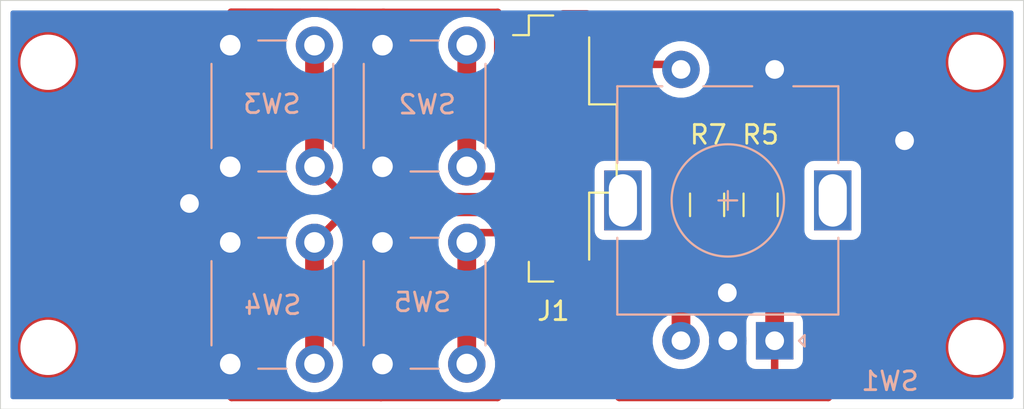
<source format=kicad_pcb>
(kicad_pcb (version 20171130) (host pcbnew 5.1.5-52549c5~86~ubuntu18.04.1)

  (general
    (thickness 1.6)
    (drawings 8)
    (tracks 113)
    (zones 0)
    (modules 12)
    (nets 10)
  )

  (page A4)
  (title_block
    (date 2020-05-29)
    (rev D)
  )

  (layers
    (0 F.Cu signal)
    (31 B.Cu signal)
    (32 B.Adhes user)
    (33 F.Adhes user)
    (34 B.Paste user)
    (35 F.Paste user)
    (36 B.SilkS user)
    (37 F.SilkS user)
    (38 B.Mask user)
    (39 F.Mask user)
    (40 Dwgs.User user)
    (41 Cmts.User user)
    (42 Eco1.User user)
    (43 Eco2.User user)
    (44 Edge.Cuts user)
    (45 Margin user)
    (46 B.CrtYd user)
    (47 F.CrtYd user)
    (48 B.Fab user hide)
    (49 F.Fab user hide)
  )

  (setup
    (last_trace_width 0.25)
    (user_trace_width 0.2)
    (user_trace_width 0.3)
    (user_trace_width 0.4)
    (user_trace_width 0.5)
    (user_trace_width 0.7)
    (user_trace_width 1)
    (user_trace_width 2)
    (trace_clearance 0.4)
    (zone_clearance 0.508)
    (zone_45_only no)
    (trace_min 0.2)
    (via_size 0.8)
    (via_drill 0.4)
    (via_min_size 0.4)
    (via_min_drill 0.3)
    (user_via 2 1)
    (uvia_size 0.3)
    (uvia_drill 0.1)
    (uvias_allowed no)
    (uvia_min_size 0.2)
    (uvia_min_drill 0.1)
    (edge_width 0.05)
    (segment_width 0.2)
    (pcb_text_width 0.3)
    (pcb_text_size 1.5 1.5)
    (mod_edge_width 0.12)
    (mod_text_size 1 1)
    (mod_text_width 0.15)
    (pad_size 1.524 1.524)
    (pad_drill 0.762)
    (pad_to_mask_clearance 0.051)
    (solder_mask_min_width 0.25)
    (aux_axis_origin 0 0)
    (visible_elements FFFFFF7F)
    (pcbplotparams
      (layerselection 0x01000_7fffffff)
      (usegerberextensions false)
      (usegerberattributes false)
      (usegerberadvancedattributes false)
      (creategerberjobfile false)
      (excludeedgelayer true)
      (linewidth 0.100000)
      (plotframeref false)
      (viasonmask false)
      (mode 1)
      (useauxorigin false)
      (hpglpennumber 1)
      (hpglpenspeed 20)
      (hpglpendiameter 15.000000)
      (psnegative true)
      (psa4output false)
      (plotreference true)
      (plotvalue true)
      (plotinvisibletext false)
      (padsonsilk false)
      (subtractmaskfromsilk false)
      (outputformat 5)
      (mirror true)
      (drillshape 2)
      (scaleselection 1)
      (outputdirectory ""))
  )

  (net 0 "")
  (net 1 GNDS)
  (net 2 /Controls/BTN4)
  (net 3 /Controls/ENC_A)
  (net 4 /Controls/BTN3)
  (net 5 /Controls/ENC_B)
  (net 6 /Controls/BTN2)
  (net 7 /Controls/BTN1)
  (net 8 /Controls/ENC_SW)
  (net 9 +3V3)

  (net_class Default "This is the default net class."
    (clearance 0.4)
    (trace_width 0.25)
    (via_dia 0.8)
    (via_drill 0.4)
    (uvia_dia 0.3)
    (uvia_drill 0.1)
    (add_net +3V3)
    (add_net /Controls/BTN1)
    (add_net /Controls/BTN2)
    (add_net /Controls/BTN3)
    (add_net /Controls/BTN4)
    (add_net /Controls/ENC_A)
    (add_net /Controls/ENC_B)
    (add_net /Controls/ENC_SW)
    (add_net GNDS)
  )

  (module Rotary_Encoder:RotaryEncoder_Alps_EC11E-Switch_Vertical_H20mm (layer B.Cu) (tedit 5A74C8CB) (tstamp 5E88F2BD)
    (at 155.6258 68.2244 90)
    (descr "Alps rotary encoder, EC12E... with switch, vertical shaft, http://www.alps.com/prod/info/E/HTML/Encoder/Incremental/EC11/EC11E15204A3.html")
    (tags "rotary encoder")
    (path /5E7E6C1D/5E7E53B0)
    (fp_text reference SW1 (at -2.159 6.1595 180) (layer B.SilkS)
      (effects (font (size 1 1) (thickness 0.15)) (justify mirror))
    )
    (fp_text value Rotary_Encoder_Switch (at 7.5 -10.4 270) (layer B.Fab)
      (effects (font (size 1 1) (thickness 0.15)) (justify mirror))
    )
    (fp_text user %R (at 11.1 -6.3 270) (layer B.Fab)
      (effects (font (size 1 1) (thickness 0.15)) (justify mirror))
    )
    (fp_line (start 7 -2.5) (end 8 -2.5) (layer B.SilkS) (width 0.12))
    (fp_line (start 7.5 -2) (end 7.5 -3) (layer B.SilkS) (width 0.12))
    (fp_line (start 13.6 -6) (end 13.6 -8.4) (layer B.SilkS) (width 0.12))
    (fp_line (start 13.6 -1.2) (end 13.6 -3.8) (layer B.SilkS) (width 0.12))
    (fp_line (start 13.6 3.4) (end 13.6 1) (layer B.SilkS) (width 0.12))
    (fp_line (start 4.5 -2.5) (end 10.5 -2.5) (layer B.Fab) (width 0.12))
    (fp_line (start 7.5 0.5) (end 7.5 -5.5) (layer B.Fab) (width 0.12))
    (fp_line (start 0.3 1.6) (end 0 1.3) (layer B.SilkS) (width 0.12))
    (fp_line (start -0.3 1.6) (end 0.3 1.6) (layer B.SilkS) (width 0.12))
    (fp_line (start 0 1.3) (end -0.3 1.6) (layer B.SilkS) (width 0.12))
    (fp_line (start 1.4 3.4) (end 1.4 -8.4) (layer B.SilkS) (width 0.12))
    (fp_line (start 5.5 3.4) (end 1.4 3.4) (layer B.SilkS) (width 0.12))
    (fp_line (start 5.5 -8.4) (end 1.4 -8.4) (layer B.SilkS) (width 0.12))
    (fp_line (start 13.6 -8.4) (end 9.5 -8.4) (layer B.SilkS) (width 0.12))
    (fp_line (start 9.5 3.4) (end 13.6 3.4) (layer B.SilkS) (width 0.12))
    (fp_line (start 1.5 2.2) (end 2.5 3.3) (layer B.Fab) (width 0.12))
    (fp_line (start 1.5 -8.3) (end 1.5 2.2) (layer B.Fab) (width 0.12))
    (fp_line (start 13.5 -8.3) (end 1.5 -8.3) (layer B.Fab) (width 0.12))
    (fp_line (start 13.5 3.3) (end 13.5 -8.3) (layer B.Fab) (width 0.12))
    (fp_line (start 2.5 3.3) (end 13.5 3.3) (layer B.Fab) (width 0.12))
    (fp_line (start -1.5 4.6) (end 16 4.6) (layer B.CrtYd) (width 0.05))
    (fp_line (start -1.5 4.6) (end -1.5 -9.6) (layer B.CrtYd) (width 0.05))
    (fp_line (start 16 -9.6) (end 16 4.6) (layer B.CrtYd) (width 0.05))
    (fp_line (start 16 -9.6) (end -1.5 -9.6) (layer B.CrtYd) (width 0.05))
    (fp_circle (center 7.5 -2.5) (end 10.5 -2.5) (layer B.SilkS) (width 0.12))
    (fp_circle (center 7.5 -2.5) (end 10.5 -2.5) (layer B.Fab) (width 0.12))
    (pad S1 thru_hole circle (at 14.5 -5 90) (size 2 2) (drill 1) (layers *.Cu *.Mask)
      (net 8 /Controls/ENC_SW))
    (pad S2 thru_hole circle (at 14.5 0 90) (size 2 2) (drill 1) (layers *.Cu *.Mask)
      (net 1 GNDS))
    (pad MP thru_hole rect (at 7.5 -8.1 90) (size 3.2 2) (drill oval 2.8 1.5) (layers *.Cu *.Mask))
    (pad MP thru_hole rect (at 7.5 3.1 90) (size 3.2 2) (drill oval 2.8 1.5) (layers *.Cu *.Mask))
    (pad B thru_hole circle (at 0 -5 90) (size 2 2) (drill 1) (layers *.Cu *.Mask)
      (net 5 /Controls/ENC_B))
    (pad C thru_hole circle (at 0 -2.5 90) (size 2 2) (drill 1) (layers *.Cu *.Mask)
      (net 1 GNDS))
    (pad A thru_hole rect (at 0 0 90) (size 2 2) (drill 1) (layers *.Cu *.Mask)
      (net 3 /Controls/ENC_A))
    (model ${KIPRJMOD}/pec12r-4x20f-sxxxx.stp
      (offset (xyz 7.5 -2.5 0))
      (scale (xyz 1 1 1))
      (rotate (xyz 90 -180 90))
    )
  )

  (module Button_Switch_THT:SW_PUSH_6mm (layer B.Cu) (tedit 5A02FE31) (tstamp 5ECFF496)
    (at 139.192 69.469 90)
    (descr https://www.omron.com/ecb/products/pdf/en-b3f.pdf)
    (tags "tact sw push 6mm")
    (path /5E7E6C1D/5EC3495E)
    (fp_text reference SW5 (at 3.302 -2.3622) (layer B.SilkS)
      (effects (font (size 1 1) (thickness 0.15)) (justify mirror))
    )
    (fp_text value SW_SPST (at 3.75 -6.7 -90) (layer B.Fab)
      (effects (font (size 1 1) (thickness 0.15)) (justify mirror))
    )
    (fp_text user %R (at 3.25 -2.25 -90) (layer B.Fab)
      (effects (font (size 1 1) (thickness 0.15)) (justify mirror))
    )
    (fp_line (start 3.25 0.75) (end 6.25 0.75) (layer B.Fab) (width 0.1))
    (fp_line (start 6.25 0.75) (end 6.25 -5.25) (layer B.Fab) (width 0.1))
    (fp_line (start 6.25 -5.25) (end 0.25 -5.25) (layer B.Fab) (width 0.1))
    (fp_line (start 0.25 -5.25) (end 0.25 0.75) (layer B.Fab) (width 0.1))
    (fp_line (start 0.25 0.75) (end 3.25 0.75) (layer B.Fab) (width 0.1))
    (fp_line (start 7.75 -6) (end 8 -6) (layer B.CrtYd) (width 0.05))
    (fp_line (start 8 -6) (end 8 -5.75) (layer B.CrtYd) (width 0.05))
    (fp_line (start 7.75 1.5) (end 8 1.5) (layer B.CrtYd) (width 0.05))
    (fp_line (start 8 1.5) (end 8 1.25) (layer B.CrtYd) (width 0.05))
    (fp_line (start -1.5 1.25) (end -1.5 1.5) (layer B.CrtYd) (width 0.05))
    (fp_line (start -1.5 1.5) (end -1.25 1.5) (layer B.CrtYd) (width 0.05))
    (fp_line (start -1.5 -5.75) (end -1.5 -6) (layer B.CrtYd) (width 0.05))
    (fp_line (start -1.5 -6) (end -1.25 -6) (layer B.CrtYd) (width 0.05))
    (fp_line (start -1.25 1.5) (end 7.75 1.5) (layer B.CrtYd) (width 0.05))
    (fp_line (start -1.5 -5.75) (end -1.5 1.25) (layer B.CrtYd) (width 0.05))
    (fp_line (start 7.75 -6) (end -1.25 -6) (layer B.CrtYd) (width 0.05))
    (fp_line (start 8 1.25) (end 8 -5.75) (layer B.CrtYd) (width 0.05))
    (fp_line (start 1 -5.5) (end 5.5 -5.5) (layer B.SilkS) (width 0.12))
    (fp_line (start -0.25 -1.5) (end -0.25 -3) (layer B.SilkS) (width 0.12))
    (fp_line (start 5.5 1) (end 1 1) (layer B.SilkS) (width 0.12))
    (fp_line (start 6.75 -3) (end 6.75 -1.5) (layer B.SilkS) (width 0.12))
    (fp_circle (center 3.25 -2.25) (end 1.25 -2.5) (layer B.Fab) (width 0.1))
    (pad 2 thru_hole circle (at 0 -4.5) (size 2 2) (drill 1.1) (layers *.Cu *.Mask)
      (net 1 GNDS))
    (pad 1 thru_hole circle (at 0 0) (size 2 2) (drill 1.1) (layers *.Cu *.Mask)
      (net 2 /Controls/BTN4))
    (pad 2 thru_hole circle (at 6.5 -4.5) (size 2 2) (drill 1.1) (layers *.Cu *.Mask)
      (net 1 GNDS))
    (pad 1 thru_hole circle (at 6.5 0) (size 2 2) (drill 1.1) (layers *.Cu *.Mask)
      (net 2 /Controls/BTN4))
    (model ${KISYS3DMOD}/Button_Switch_THT.3dshapes/SW_PUSH_6mm.wrl
      (at (xyz 0 0 0))
      (scale (xyz 1 1 1))
      (rotate (xyz 0 0 0))
    )
  )

  (module Button_Switch_THT:SW_PUSH_6mm (layer B.Cu) (tedit 5A02FE31) (tstamp 5ECFF477)
    (at 131.064 69.469 90)
    (descr https://www.omron.com/ecb/products/pdf/en-b3f.pdf)
    (tags "tact sw push 6mm")
    (path /5E7E6C1D/5EC30009)
    (fp_text reference SW4 (at 3.1496 -2.2352) (layer B.SilkS)
      (effects (font (size 1 1) (thickness 0.15)) (justify mirror))
    )
    (fp_text value SW_SPST (at 3.75 -6.7 -90) (layer B.Fab)
      (effects (font (size 1 1) (thickness 0.15)) (justify mirror))
    )
    (fp_circle (center 3.25 -2.25) (end 1.25 -2.5) (layer B.Fab) (width 0.1))
    (fp_line (start 6.75 -3) (end 6.75 -1.5) (layer B.SilkS) (width 0.12))
    (fp_line (start 5.5 1) (end 1 1) (layer B.SilkS) (width 0.12))
    (fp_line (start -0.25 -1.5) (end -0.25 -3) (layer B.SilkS) (width 0.12))
    (fp_line (start 1 -5.5) (end 5.5 -5.5) (layer B.SilkS) (width 0.12))
    (fp_line (start 8 1.25) (end 8 -5.75) (layer B.CrtYd) (width 0.05))
    (fp_line (start 7.75 -6) (end -1.25 -6) (layer B.CrtYd) (width 0.05))
    (fp_line (start -1.5 -5.75) (end -1.5 1.25) (layer B.CrtYd) (width 0.05))
    (fp_line (start -1.25 1.5) (end 7.75 1.5) (layer B.CrtYd) (width 0.05))
    (fp_line (start -1.5 -6) (end -1.25 -6) (layer B.CrtYd) (width 0.05))
    (fp_line (start -1.5 -5.75) (end -1.5 -6) (layer B.CrtYd) (width 0.05))
    (fp_line (start -1.5 1.5) (end -1.25 1.5) (layer B.CrtYd) (width 0.05))
    (fp_line (start -1.5 1.25) (end -1.5 1.5) (layer B.CrtYd) (width 0.05))
    (fp_line (start 8 1.5) (end 8 1.25) (layer B.CrtYd) (width 0.05))
    (fp_line (start 7.75 1.5) (end 8 1.5) (layer B.CrtYd) (width 0.05))
    (fp_line (start 8 -6) (end 8 -5.75) (layer B.CrtYd) (width 0.05))
    (fp_line (start 7.75 -6) (end 8 -6) (layer B.CrtYd) (width 0.05))
    (fp_line (start 0.25 0.75) (end 3.25 0.75) (layer B.Fab) (width 0.1))
    (fp_line (start 0.25 -5.25) (end 0.25 0.75) (layer B.Fab) (width 0.1))
    (fp_line (start 6.25 -5.25) (end 0.25 -5.25) (layer B.Fab) (width 0.1))
    (fp_line (start 6.25 0.75) (end 6.25 -5.25) (layer B.Fab) (width 0.1))
    (fp_line (start 3.25 0.75) (end 6.25 0.75) (layer B.Fab) (width 0.1))
    (fp_text user %R (at 3.25 -2.25 -90) (layer B.Fab)
      (effects (font (size 1 1) (thickness 0.15)) (justify mirror))
    )
    (pad 1 thru_hole circle (at 6.5 0) (size 2 2) (drill 1.1) (layers *.Cu *.Mask)
      (net 4 /Controls/BTN3))
    (pad 2 thru_hole circle (at 6.5 -4.5) (size 2 2) (drill 1.1) (layers *.Cu *.Mask)
      (net 1 GNDS))
    (pad 1 thru_hole circle (at 0 0) (size 2 2) (drill 1.1) (layers *.Cu *.Mask)
      (net 4 /Controls/BTN3))
    (pad 2 thru_hole circle (at 0 -4.5) (size 2 2) (drill 1.1) (layers *.Cu *.Mask)
      (net 1 GNDS))
    (model ${KISYS3DMOD}/Button_Switch_THT.3dshapes/SW_PUSH_6mm.wrl
      (at (xyz 0 0 0))
      (scale (xyz 1 1 1))
      (rotate (xyz 0 0 0))
    )
  )

  (module Button_Switch_THT:SW_PUSH_6mm (layer B.Cu) (tedit 5A02FE31) (tstamp 5ECFF458)
    (at 131.064 58.928 90)
    (descr https://www.omron.com/ecb/products/pdf/en-b3f.pdf)
    (tags "tact sw push 6mm")
    (path /5E7E6C1D/5EC2D713)
    (fp_text reference SW3 (at 3.3528 -2.2733) (layer B.SilkS)
      (effects (font (size 1 1) (thickness 0.15)) (justify mirror))
    )
    (fp_text value SW_SPST (at 3.75 -6.7 270) (layer B.Fab)
      (effects (font (size 1 1) (thickness 0.15)) (justify mirror))
    )
    (fp_text user %R (at 3.25 -2.25 270) (layer B.Fab)
      (effects (font (size 1 1) (thickness 0.15)) (justify mirror))
    )
    (fp_line (start 3.25 0.75) (end 6.25 0.75) (layer B.Fab) (width 0.1))
    (fp_line (start 6.25 0.75) (end 6.25 -5.25) (layer B.Fab) (width 0.1))
    (fp_line (start 6.25 -5.25) (end 0.25 -5.25) (layer B.Fab) (width 0.1))
    (fp_line (start 0.25 -5.25) (end 0.25 0.75) (layer B.Fab) (width 0.1))
    (fp_line (start 0.25 0.75) (end 3.25 0.75) (layer B.Fab) (width 0.1))
    (fp_line (start 7.75 -6) (end 8 -6) (layer B.CrtYd) (width 0.05))
    (fp_line (start 8 -6) (end 8 -5.75) (layer B.CrtYd) (width 0.05))
    (fp_line (start 7.75 1.5) (end 8 1.5) (layer B.CrtYd) (width 0.05))
    (fp_line (start 8 1.5) (end 8 1.25) (layer B.CrtYd) (width 0.05))
    (fp_line (start -1.5 1.25) (end -1.5 1.5) (layer B.CrtYd) (width 0.05))
    (fp_line (start -1.5 1.5) (end -1.25 1.5) (layer B.CrtYd) (width 0.05))
    (fp_line (start -1.5 -5.75) (end -1.5 -6) (layer B.CrtYd) (width 0.05))
    (fp_line (start -1.5 -6) (end -1.25 -6) (layer B.CrtYd) (width 0.05))
    (fp_line (start -1.25 1.5) (end 7.75 1.5) (layer B.CrtYd) (width 0.05))
    (fp_line (start -1.5 -5.75) (end -1.5 1.25) (layer B.CrtYd) (width 0.05))
    (fp_line (start 7.75 -6) (end -1.25 -6) (layer B.CrtYd) (width 0.05))
    (fp_line (start 8 1.25) (end 8 -5.75) (layer B.CrtYd) (width 0.05))
    (fp_line (start 1 -5.5) (end 5.5 -5.5) (layer B.SilkS) (width 0.12))
    (fp_line (start -0.25 -1.5) (end -0.25 -3) (layer B.SilkS) (width 0.12))
    (fp_line (start 5.5 1) (end 1 1) (layer B.SilkS) (width 0.12))
    (fp_line (start 6.75 -3) (end 6.75 -1.5) (layer B.SilkS) (width 0.12))
    (fp_circle (center 3.25 -2.25) (end 1.25 -2.5) (layer B.Fab) (width 0.1))
    (pad 2 thru_hole circle (at 0 -4.5) (size 2 2) (drill 1.1) (layers *.Cu *.Mask)
      (net 1 GNDS))
    (pad 1 thru_hole circle (at 0 0) (size 2 2) (drill 1.1) (layers *.Cu *.Mask)
      (net 6 /Controls/BTN2))
    (pad 2 thru_hole circle (at 6.5 -4.5) (size 2 2) (drill 1.1) (layers *.Cu *.Mask)
      (net 1 GNDS))
    (pad 1 thru_hole circle (at 6.5 0) (size 2 2) (drill 1.1) (layers *.Cu *.Mask)
      (net 6 /Controls/BTN2))
    (model ${KISYS3DMOD}/Button_Switch_THT.3dshapes/SW_PUSH_6mm.wrl
      (at (xyz 0 0 0))
      (scale (xyz 1 1 1))
      (rotate (xyz 0 0 0))
    )
  )

  (module Button_Switch_THT:SW_PUSH_6mm (layer B.Cu) (tedit 5A02FE31) (tstamp 5ECFF439)
    (at 139.192 58.928 90)
    (descr https://www.omron.com/ecb/products/pdf/en-b3f.pdf)
    (tags "tact sw push 6mm")
    (path /5E7E6C1D/5EC27C1F)
    (fp_text reference SW2 (at 3.3274 -2.1082) (layer B.SilkS)
      (effects (font (size 1 1) (thickness 0.15)) (justify mirror))
    )
    (fp_text value SW_SPST (at 3.75 -6.7 270) (layer B.Fab)
      (effects (font (size 1 1) (thickness 0.15)) (justify mirror))
    )
    (fp_text user %R (at 3.25 -2.25 270) (layer B.Fab)
      (effects (font (size 1 1) (thickness 0.15)) (justify mirror))
    )
    (fp_line (start 3.25 0.75) (end 6.25 0.75) (layer B.Fab) (width 0.1))
    (fp_line (start 6.25 0.75) (end 6.25 -5.25) (layer B.Fab) (width 0.1))
    (fp_line (start 6.25 -5.25) (end 0.25 -5.25) (layer B.Fab) (width 0.1))
    (fp_line (start 0.25 -5.25) (end 0.25 0.75) (layer B.Fab) (width 0.1))
    (fp_line (start 0.25 0.75) (end 3.25 0.75) (layer B.Fab) (width 0.1))
    (fp_line (start 7.75 -6) (end 8 -6) (layer B.CrtYd) (width 0.05))
    (fp_line (start 8 -6) (end 8 -5.75) (layer B.CrtYd) (width 0.05))
    (fp_line (start 7.75 1.5) (end 8 1.5) (layer B.CrtYd) (width 0.05))
    (fp_line (start 8 1.5) (end 8 1.25) (layer B.CrtYd) (width 0.05))
    (fp_line (start -1.5 1.25) (end -1.5 1.5) (layer B.CrtYd) (width 0.05))
    (fp_line (start -1.5 1.5) (end -1.25 1.5) (layer B.CrtYd) (width 0.05))
    (fp_line (start -1.5 -5.75) (end -1.5 -6) (layer B.CrtYd) (width 0.05))
    (fp_line (start -1.5 -6) (end -1.25 -6) (layer B.CrtYd) (width 0.05))
    (fp_line (start -1.25 1.5) (end 7.75 1.5) (layer B.CrtYd) (width 0.05))
    (fp_line (start -1.5 -5.75) (end -1.5 1.25) (layer B.CrtYd) (width 0.05))
    (fp_line (start 7.75 -6) (end -1.25 -6) (layer B.CrtYd) (width 0.05))
    (fp_line (start 8 1.25) (end 8 -5.75) (layer B.CrtYd) (width 0.05))
    (fp_line (start 1 -5.5) (end 5.5 -5.5) (layer B.SilkS) (width 0.12))
    (fp_line (start -0.25 -1.5) (end -0.25 -3) (layer B.SilkS) (width 0.12))
    (fp_line (start 5.5 1) (end 1 1) (layer B.SilkS) (width 0.12))
    (fp_line (start 6.75 -3) (end 6.75 -1.5) (layer B.SilkS) (width 0.12))
    (fp_circle (center 3.25 -2.25) (end 1.25 -2.5) (layer B.Fab) (width 0.1))
    (pad 2 thru_hole circle (at 0 -4.5) (size 2 2) (drill 1.1) (layers *.Cu *.Mask)
      (net 1 GNDS))
    (pad 1 thru_hole circle (at 0 0) (size 2 2) (drill 1.1) (layers *.Cu *.Mask)
      (net 7 /Controls/BTN1))
    (pad 2 thru_hole circle (at 6.5 -4.5) (size 2 2) (drill 1.1) (layers *.Cu *.Mask)
      (net 1 GNDS))
    (pad 1 thru_hole circle (at 6.5 0) (size 2 2) (drill 1.1) (layers *.Cu *.Mask)
      (net 7 /Controls/BTN1))
    (model ${KISYS3DMOD}/Button_Switch_THT.3dshapes/SW_PUSH_6mm.wrl
      (at (xyz 0 0 0))
      (scale (xyz 1 1 1))
      (rotate (xyz 0 0 0))
    )
  )

  (module Connector_Molex:Molex_Pico-Clasp_501331-1207_1x12-1MP_P1.00mm_Vertical (layer F.Cu) (tedit 5B78AD89) (tstamp 5ED0763B)
    (at 143.764 57.9501 270)
    (descr "Molex Pico-Clasp series connector, 501331-1207 (http://www.molex.com/pdm_docs/sd/5013310207_sd.pdf), generated with kicad-footprint-generator")
    (tags "connector Molex Pico-Clasp side entry")
    (path /5E7E6C1D/5ECF867B)
    (attr smd)
    (fp_text reference J1 (at 8.6868 -0.0508 180) (layer F.SilkS)
      (effects (font (size 1 1) (thickness 0.15)))
    )
    (fp_text value Conn_01x12 (at 0 3.3 90) (layer F.Fab)
      (effects (font (size 1 1) (thickness 0.15)))
    )
    (fp_line (start -7 1.15) (end 7 1.15) (layer F.Fab) (width 0.1))
    (fp_line (start -7.11 -0.04) (end -7.11 1.26) (layer F.SilkS) (width 0.12))
    (fp_line (start -7.11 1.26) (end -6.06 1.26) (layer F.SilkS) (width 0.12))
    (fp_line (start -6.06 1.26) (end -6.06 2.1) (layer F.SilkS) (width 0.12))
    (fp_line (start 7.11 -0.04) (end 7.11 1.26) (layer F.SilkS) (width 0.12))
    (fp_line (start 7.11 1.26) (end 6.06 1.26) (layer F.SilkS) (width 0.12))
    (fp_line (start -5.94 -1.96) (end -2.36 -1.96) (layer F.SilkS) (width 0.12))
    (fp_line (start -2.36 -1.96) (end -2.36 -3.43) (layer F.SilkS) (width 0.12))
    (fp_line (start -2.36 -3.43) (end 2.36 -3.43) (layer F.SilkS) (width 0.12))
    (fp_line (start 2.36 -3.43) (end 2.36 -1.96) (layer F.SilkS) (width 0.12))
    (fp_line (start 2.36 -1.96) (end 5.94 -1.96) (layer F.SilkS) (width 0.12))
    (fp_line (start -7 -1.85) (end -2.25 -1.85) (layer F.Fab) (width 0.1))
    (fp_line (start -2.25 -1.85) (end -2.25 -3.32) (layer F.Fab) (width 0.1))
    (fp_line (start -2.25 -3.32) (end 2.25 -3.32) (layer F.Fab) (width 0.1))
    (fp_line (start 2.25 -3.32) (end 2.25 -1.85) (layer F.Fab) (width 0.1))
    (fp_line (start 2.25 -1.85) (end 7 -1.85) (layer F.Fab) (width 0.1))
    (fp_line (start -7 1.15) (end -7 -1.85) (layer F.Fab) (width 0.1))
    (fp_line (start 7 1.15) (end 7 -1.85) (layer F.Fab) (width 0.1))
    (fp_line (start -5.625 -0.25) (end -5.625 0.25) (layer F.Fab) (width 0.1))
    (fp_line (start -5.625 0.25) (end -5.375 0.25) (layer F.Fab) (width 0.1))
    (fp_line (start -5.375 0.25) (end -5.375 -0.25) (layer F.Fab) (width 0.1))
    (fp_line (start -5.375 -0.25) (end -5.625 -0.25) (layer F.Fab) (width 0.1))
    (fp_line (start -4.625 -0.25) (end -4.625 0.25) (layer F.Fab) (width 0.1))
    (fp_line (start -4.625 0.25) (end -4.375 0.25) (layer F.Fab) (width 0.1))
    (fp_line (start -4.375 0.25) (end -4.375 -0.25) (layer F.Fab) (width 0.1))
    (fp_line (start -4.375 -0.25) (end -4.625 -0.25) (layer F.Fab) (width 0.1))
    (fp_line (start -3.625 -0.25) (end -3.625 0.25) (layer F.Fab) (width 0.1))
    (fp_line (start -3.625 0.25) (end -3.375 0.25) (layer F.Fab) (width 0.1))
    (fp_line (start -3.375 0.25) (end -3.375 -0.25) (layer F.Fab) (width 0.1))
    (fp_line (start -3.375 -0.25) (end -3.625 -0.25) (layer F.Fab) (width 0.1))
    (fp_line (start -2.625 -0.25) (end -2.625 0.25) (layer F.Fab) (width 0.1))
    (fp_line (start -2.625 0.25) (end -2.375 0.25) (layer F.Fab) (width 0.1))
    (fp_line (start -2.375 0.25) (end -2.375 -0.25) (layer F.Fab) (width 0.1))
    (fp_line (start -2.375 -0.25) (end -2.625 -0.25) (layer F.Fab) (width 0.1))
    (fp_line (start -1.625 -0.25) (end -1.625 0.25) (layer F.Fab) (width 0.1))
    (fp_line (start -1.625 0.25) (end -1.375 0.25) (layer F.Fab) (width 0.1))
    (fp_line (start -1.375 0.25) (end -1.375 -0.25) (layer F.Fab) (width 0.1))
    (fp_line (start -1.375 -0.25) (end -1.625 -0.25) (layer F.Fab) (width 0.1))
    (fp_line (start -0.625 -0.25) (end -0.625 0.25) (layer F.Fab) (width 0.1))
    (fp_line (start -0.625 0.25) (end -0.375 0.25) (layer F.Fab) (width 0.1))
    (fp_line (start -0.375 0.25) (end -0.375 -0.25) (layer F.Fab) (width 0.1))
    (fp_line (start -0.375 -0.25) (end -0.625 -0.25) (layer F.Fab) (width 0.1))
    (fp_line (start 0.375 -0.25) (end 0.375 0.25) (layer F.Fab) (width 0.1))
    (fp_line (start 0.375 0.25) (end 0.625 0.25) (layer F.Fab) (width 0.1))
    (fp_line (start 0.625 0.25) (end 0.625 -0.25) (layer F.Fab) (width 0.1))
    (fp_line (start 0.625 -0.25) (end 0.375 -0.25) (layer F.Fab) (width 0.1))
    (fp_line (start 1.375 -0.25) (end 1.375 0.25) (layer F.Fab) (width 0.1))
    (fp_line (start 1.375 0.25) (end 1.625 0.25) (layer F.Fab) (width 0.1))
    (fp_line (start 1.625 0.25) (end 1.625 -0.25) (layer F.Fab) (width 0.1))
    (fp_line (start 1.625 -0.25) (end 1.375 -0.25) (layer F.Fab) (width 0.1))
    (fp_line (start 2.375 -0.25) (end 2.375 0.25) (layer F.Fab) (width 0.1))
    (fp_line (start 2.375 0.25) (end 2.625 0.25) (layer F.Fab) (width 0.1))
    (fp_line (start 2.625 0.25) (end 2.625 -0.25) (layer F.Fab) (width 0.1))
    (fp_line (start 2.625 -0.25) (end 2.375 -0.25) (layer F.Fab) (width 0.1))
    (fp_line (start 3.375 -0.25) (end 3.375 0.25) (layer F.Fab) (width 0.1))
    (fp_line (start 3.375 0.25) (end 3.625 0.25) (layer F.Fab) (width 0.1))
    (fp_line (start 3.625 0.25) (end 3.625 -0.25) (layer F.Fab) (width 0.1))
    (fp_line (start 3.625 -0.25) (end 3.375 -0.25) (layer F.Fab) (width 0.1))
    (fp_line (start 4.375 -0.25) (end 4.375 0.25) (layer F.Fab) (width 0.1))
    (fp_line (start 4.375 0.25) (end 4.625 0.25) (layer F.Fab) (width 0.1))
    (fp_line (start 4.625 0.25) (end 4.625 -0.25) (layer F.Fab) (width 0.1))
    (fp_line (start 4.625 -0.25) (end 4.375 -0.25) (layer F.Fab) (width 0.1))
    (fp_line (start 5.375 -0.25) (end 5.375 0.25) (layer F.Fab) (width 0.1))
    (fp_line (start 5.375 0.25) (end 5.625 0.25) (layer F.Fab) (width 0.1))
    (fp_line (start 5.625 0.25) (end 5.625 -0.25) (layer F.Fab) (width 0.1))
    (fp_line (start 5.625 -0.25) (end 5.375 -0.25) (layer F.Fab) (width 0.1))
    (fp_line (start -7.9 -3.82) (end -7.9 2.6) (layer F.CrtYd) (width 0.05))
    (fp_line (start -7.9 2.6) (end 7.9 2.6) (layer F.CrtYd) (width 0.05))
    (fp_line (start 7.9 2.6) (end 7.9 -3.82) (layer F.CrtYd) (width 0.05))
    (fp_line (start 7.9 -3.82) (end -7.9 -3.82) (layer F.CrtYd) (width 0.05))
    (fp_line (start -6 1.15) (end -5.5 0.442893) (layer F.Fab) (width 0.1))
    (fp_line (start -5.5 0.442893) (end -5 1.15) (layer F.Fab) (width 0.1))
    (fp_text user %R (at 0 -1.15 90) (layer F.Fab)
      (effects (font (size 1 1) (thickness 0.15)))
    )
    (pad 1 smd roundrect (at -5.5 1.325 270) (size 0.6 1.55) (layers F.Cu F.Paste F.Mask) (roundrect_rratio 0.25)
      (net 9 +3V3))
    (pad 2 smd roundrect (at -4.5 1.325 270) (size 0.6 1.55) (layers F.Cu F.Paste F.Mask) (roundrect_rratio 0.25)
      (net 8 /Controls/ENC_SW))
    (pad 3 smd roundrect (at -3.5 1.325 270) (size 0.6 1.55) (layers F.Cu F.Paste F.Mask) (roundrect_rratio 0.25)
      (net 1 GNDS))
    (pad 4 smd roundrect (at -2.5 1.325 270) (size 0.6 1.55) (layers F.Cu F.Paste F.Mask) (roundrect_rratio 0.25)
      (net 5 /Controls/ENC_B))
    (pad 5 smd roundrect (at -1.5 1.325 270) (size 0.6 1.55) (layers F.Cu F.Paste F.Mask) (roundrect_rratio 0.25)
      (net 3 /Controls/ENC_A))
    (pad 6 smd roundrect (at -0.5 1.325 270) (size 0.6 1.55) (layers F.Cu F.Paste F.Mask) (roundrect_rratio 0.25)
      (net 1 GNDS))
    (pad 7 smd roundrect (at 0.5 1.325 270) (size 0.6 1.55) (layers F.Cu F.Paste F.Mask) (roundrect_rratio 0.25)
      (net 9 +3V3))
    (pad 8 smd roundrect (at 1.5 1.325 270) (size 0.6 1.55) (layers F.Cu F.Paste F.Mask) (roundrect_rratio 0.25)
      (net 7 /Controls/BTN1))
    (pad 9 smd roundrect (at 2.5 1.325 270) (size 0.6 1.55) (layers F.Cu F.Paste F.Mask) (roundrect_rratio 0.25)
      (net 6 /Controls/BTN2))
    (pad 10 smd roundrect (at 3.5 1.325 270) (size 0.6 1.55) (layers F.Cu F.Paste F.Mask) (roundrect_rratio 0.25)
      (net 4 /Controls/BTN3))
    (pad 11 smd roundrect (at 4.5 1.325 270) (size 0.6 1.55) (layers F.Cu F.Paste F.Mask) (roundrect_rratio 0.25)
      (net 2 /Controls/BTN4))
    (pad 12 smd roundrect (at 5.5 1.325 270) (size 0.6 1.55) (layers F.Cu F.Paste F.Mask) (roundrect_rratio 0.25)
      (net 1 GNDS))
    (pad MP smd roundrect (at -6.8 -1.2 270) (size 1.2 1.8) (layers F.Cu F.Paste F.Mask) (roundrect_rratio 0.208333))
    (pad MP smd roundrect (at 6.8 -1.2 270) (size 1.2 1.8) (layers F.Cu F.Paste F.Mask) (roundrect_rratio 0.208333))
    (model ${KIPRJMOD}/5013311207.stp
      (offset (xyz 0 0.5 2.5))
      (scale (xyz 1 1 1))
      (rotate (xyz -90 0 180))
    )
  )

  (module MountingHole:MountingHole_2.2mm_M2 locked (layer F.Cu) (tedit 56D1B4CB) (tstamp 5EC2B9C6)
    (at 166.37 53.34)
    (descr "Mounting Hole 2.2mm, no annular, M2")
    (tags "mounting hole 2.2mm no annular m2")
    (attr virtual)
    (fp_text reference REF** (at 0 -3.2) (layer F.SilkS) hide
      (effects (font (size 1 1) (thickness 0.15)))
    )
    (fp_text value MountingHole_2.2mm_M2 (at 0 3.2) (layer F.Fab)
      (effects (font (size 1 1) (thickness 0.15)))
    )
    (fp_text user %R (at 0.3 0) (layer F.Fab)
      (effects (font (size 1 1) (thickness 0.15)))
    )
    (fp_circle (center 0 0) (end 2.2 0) (layer Cmts.User) (width 0.15))
    (fp_circle (center 0 0) (end 2.45 0) (layer F.CrtYd) (width 0.05))
    (pad 1 np_thru_hole circle (at 0 0) (size 2.2 2.2) (drill 2.2) (layers *.Cu *.Mask))
  )

  (module MountingHole:MountingHole_2.2mm_M2 locked (layer F.Cu) (tedit 56D1B4CB) (tstamp 5EC2B9C6)
    (at 166.37 68.58)
    (descr "Mounting Hole 2.2mm, no annular, M2")
    (tags "mounting hole 2.2mm no annular m2")
    (attr virtual)
    (fp_text reference REF** (at 0 -3.2) (layer F.SilkS) hide
      (effects (font (size 1 1) (thickness 0.15)))
    )
    (fp_text value MountingHole_2.2mm_M2 (at 0 3.2) (layer F.Fab)
      (effects (font (size 1 1) (thickness 0.15)))
    )
    (fp_text user %R (at 0.3 0) (layer F.Fab)
      (effects (font (size 1 1) (thickness 0.15)))
    )
    (fp_circle (center 0 0) (end 2.2 0) (layer Cmts.User) (width 0.15))
    (fp_circle (center 0 0) (end 2.45 0) (layer F.CrtYd) (width 0.05))
    (pad 1 np_thru_hole circle (at 0 0) (size 2.2 2.2) (drill 2.2) (layers *.Cu *.Mask))
  )

  (module MountingHole:MountingHole_2.2mm_M2 locked (layer F.Cu) (tedit 56D1B4CB) (tstamp 5EC2B9C6)
    (at 116.84 68.58)
    (descr "Mounting Hole 2.2mm, no annular, M2")
    (tags "mounting hole 2.2mm no annular m2")
    (attr virtual)
    (fp_text reference REF** (at 0 -3.2) (layer F.SilkS) hide
      (effects (font (size 1 1) (thickness 0.15)))
    )
    (fp_text value MountingHole_2.2mm_M2 (at 0 3.2) (layer F.Fab)
      (effects (font (size 1 1) (thickness 0.15)))
    )
    (fp_text user %R (at 0.3 0) (layer F.Fab)
      (effects (font (size 1 1) (thickness 0.15)))
    )
    (fp_circle (center 0 0) (end 2.2 0) (layer Cmts.User) (width 0.15))
    (fp_circle (center 0 0) (end 2.45 0) (layer F.CrtYd) (width 0.05))
    (pad 1 np_thru_hole circle (at 0 0) (size 2.2 2.2) (drill 2.2) (layers *.Cu *.Mask))
  )

  (module MountingHole:MountingHole_2.2mm_M2 locked (layer F.Cu) (tedit 56D1B4CB) (tstamp 5EC2B9C4)
    (at 116.84 53.34)
    (descr "Mounting Hole 2.2mm, no annular, M2")
    (tags "mounting hole 2.2mm no annular m2")
    (attr virtual)
    (fp_text reference REF** (at 0 -3.2) (layer F.SilkS) hide
      (effects (font (size 1 1) (thickness 0.15)))
    )
    (fp_text value MountingHole_2.2mm_M2 (at 0 3.2) (layer F.Fab)
      (effects (font (size 1 1) (thickness 0.15)))
    )
    (fp_circle (center 0 0) (end 2.45 0) (layer F.CrtYd) (width 0.05))
    (fp_circle (center 0 0) (end 2.2 0) (layer Cmts.User) (width 0.15))
    (fp_text user %R (at 0.3 0) (layer F.Fab)
      (effects (font (size 1 1) (thickness 0.15)))
    )
    (pad 1 np_thru_hole circle (at 0 0) (size 2.2 2.2) (drill 2.2) (layers *.Cu *.Mask))
  )

  (module Resistor_SMD:R_1206_3216Metric_Pad1.42x1.75mm_HandSolder (layer F.Cu) (tedit 5B301BBD) (tstamp 5E81711F)
    (at 152.019 60.96 270)
    (descr "Resistor SMD 1206 (3216 Metric), square (rectangular) end terminal, IPC_7351 nominal with elongated pad for handsoldering. (Body size source: http://www.tortai-tech.com/upload/download/2011102023233369053.pdf), generated with kicad-footprint-generator")
    (tags "resistor handsolder")
    (path /5E7E6C1D/5E7E53C9)
    (attr smd)
    (fp_text reference R7 (at -3.7465 -0.0635 180) (layer F.SilkS)
      (effects (font (size 1 1) (thickness 0.15)))
    )
    (fp_text value 10K (at 0 1.82 270) (layer F.Fab)
      (effects (font (size 1 1) (thickness 0.15)))
    )
    (fp_text user %R (at 0 0 270) (layer F.Fab)
      (effects (font (size 0.8 0.8) (thickness 0.12)))
    )
    (fp_line (start 2.45 1.12) (end -2.45 1.12) (layer F.CrtYd) (width 0.05))
    (fp_line (start 2.45 -1.12) (end 2.45 1.12) (layer F.CrtYd) (width 0.05))
    (fp_line (start -2.45 -1.12) (end 2.45 -1.12) (layer F.CrtYd) (width 0.05))
    (fp_line (start -2.45 1.12) (end -2.45 -1.12) (layer F.CrtYd) (width 0.05))
    (fp_line (start -0.602064 0.91) (end 0.602064 0.91) (layer F.SilkS) (width 0.12))
    (fp_line (start -0.602064 -0.91) (end 0.602064 -0.91) (layer F.SilkS) (width 0.12))
    (fp_line (start 1.6 0.8) (end -1.6 0.8) (layer F.Fab) (width 0.1))
    (fp_line (start 1.6 -0.8) (end 1.6 0.8) (layer F.Fab) (width 0.1))
    (fp_line (start -1.6 -0.8) (end 1.6 -0.8) (layer F.Fab) (width 0.1))
    (fp_line (start -1.6 0.8) (end -1.6 -0.8) (layer F.Fab) (width 0.1))
    (pad 2 smd roundrect (at 1.4875 0 270) (size 1.425 1.75) (layers F.Cu F.Paste F.Mask) (roundrect_rratio 0.175439)
      (net 5 /Controls/ENC_B))
    (pad 1 smd roundrect (at -1.4875 0 270) (size 1.425 1.75) (layers F.Cu F.Paste F.Mask) (roundrect_rratio 0.175439)
      (net 9 +3V3))
    (model ${KISYS3DMOD}/Resistor_SMD.3dshapes/R_1206_3216Metric.wrl
      (at (xyz 0 0 0))
      (scale (xyz 1 1 1))
      (rotate (xyz 0 0 0))
    )
  )

  (module Resistor_SMD:R_1206_3216Metric_Pad1.42x1.75mm_HandSolder (layer F.Cu) (tedit 5B301BBD) (tstamp 5E8170FD)
    (at 154.8765 60.96 270)
    (descr "Resistor SMD 1206 (3216 Metric), square (rectangular) end terminal, IPC_7351 nominal with elongated pad for handsoldering. (Body size source: http://www.tortai-tech.com/upload/download/2011102023233369053.pdf), generated with kicad-footprint-generator")
    (tags "resistor handsolder")
    (path /5E7E6C1D/5E7E53C3)
    (attr smd)
    (fp_text reference R5 (at -3.7465 0 180) (layer F.SilkS)
      (effects (font (size 1 1) (thickness 0.15)))
    )
    (fp_text value 10K (at 0 1.82 270) (layer F.Fab)
      (effects (font (size 1 1) (thickness 0.15)))
    )
    (fp_text user %R (at 0 0 270) (layer F.Fab)
      (effects (font (size 0.8 0.8) (thickness 0.12)))
    )
    (fp_line (start 2.45 1.12) (end -2.45 1.12) (layer F.CrtYd) (width 0.05))
    (fp_line (start 2.45 -1.12) (end 2.45 1.12) (layer F.CrtYd) (width 0.05))
    (fp_line (start -2.45 -1.12) (end 2.45 -1.12) (layer F.CrtYd) (width 0.05))
    (fp_line (start -2.45 1.12) (end -2.45 -1.12) (layer F.CrtYd) (width 0.05))
    (fp_line (start -0.602064 0.91) (end 0.602064 0.91) (layer F.SilkS) (width 0.12))
    (fp_line (start -0.602064 -0.91) (end 0.602064 -0.91) (layer F.SilkS) (width 0.12))
    (fp_line (start 1.6 0.8) (end -1.6 0.8) (layer F.Fab) (width 0.1))
    (fp_line (start 1.6 -0.8) (end 1.6 0.8) (layer F.Fab) (width 0.1))
    (fp_line (start -1.6 -0.8) (end 1.6 -0.8) (layer F.Fab) (width 0.1))
    (fp_line (start -1.6 0.8) (end -1.6 -0.8) (layer F.Fab) (width 0.1))
    (pad 2 smd roundrect (at 1.4875 0 270) (size 1.425 1.75) (layers F.Cu F.Paste F.Mask) (roundrect_rratio 0.175439)
      (net 3 /Controls/ENC_A))
    (pad 1 smd roundrect (at -1.4875 0 270) (size 1.425 1.75) (layers F.Cu F.Paste F.Mask) (roundrect_rratio 0.175439)
      (net 9 +3V3))
    (model ${KISYS3DMOD}/Resistor_SMD.3dshapes/R_1206_3216Metric.wrl
      (at (xyz 0 0 0))
      (scale (xyz 1 1 1))
      (rotate (xyz 0 0 0))
    )
  )

  (gr_circle (center 116.84 53.34) (end 118.466394 53.34) (layer F.Cu) (width 0.3) (tstamp 5ECF9D83))
  (gr_circle (center 116.84 68.58) (end 118.466394 68.58) (layer F.Cu) (width 0.3) (tstamp 5ECF9D83))
  (gr_circle (center 166.37 68.58) (end 167.996394 68.58) (layer F.Cu) (width 0.3) (tstamp 5ECF9D83))
  (gr_circle (center 166.37 53.34) (end 167.996394 53.34) (layer F.Cu) (width 0.3))
  (gr_line (start 168.91 71.882) (end 168.91 50.038) (layer Edge.Cuts) (width 0.05) (tstamp 5ED0344C))
  (gr_line (start 114.3 71.882) (end 114.3 50.038) (layer Edge.Cuts) (width 0.05) (tstamp 5EC26295))
  (gr_line (start 168.91 71.882) (end 114.3 71.882) (layer Edge.Cuts) (width 0.05))
  (gr_line (start 114.3 50.038) (end 168.91 50.038) (layer Edge.Cuts) (width 0.05))

  (via (at 153.0985 65.659) (size 2) (drill 1) (layers F.Cu B.Cu) (net 1))
  (segment (start 153.0985 68.1971) (end 153.1258 68.2244) (width 1) (layer F.Cu) (net 1))
  (segment (start 153.0985 65.659) (end 153.0985 68.1971) (width 1) (layer F.Cu) (net 1))
  (segment (start 134.692 58.928) (end 134.692 55.698) (width 1) (layer F.Cu) (net 1))
  (segment (start 134.692 55.698) (end 134.692 52.428) (width 1) (layer F.Cu) (net 1))
  (segment (start 126.564 55.554) (end 126.564 52.428) (width 1) (layer F.Cu) (net 1))
  (segment (start 126.564 69.469) (end 126.564 66.222) (width 1) (layer F.Cu) (net 1))
  (segment (start 134.692 62.969) (end 134.692 66.112) (width 1) (layer F.Cu) (net 1))
  (segment (start 134.692 66.112) (end 134.692 69.469) (width 1) (layer F.Cu) (net 1))
  (segment (start 126.564 50.71801) (end 126.564 52.428) (width 0.4) (layer F.Cu) (net 1))
  (segment (start 126.619 50.66301) (end 126.564 50.71801) (width 0.4) (layer F.Cu) (net 1))
  (segment (start 134.692 50.728) (end 134.747 50.673) (width 0.4) (layer F.Cu) (net 1))
  (segment (start 134.692 52.428) (end 134.692 50.728) (width 0.4) (layer F.Cu) (net 1))
  (segment (start 134.747 50.673) (end 126.619 50.66301) (width 0.4) (layer F.Cu) (net 1))
  (segment (start 134.692 71.175) (end 134.61001 71.25699) (width 0.4) (layer F.Cu) (net 1))
  (segment (start 134.692 69.469) (end 134.692 71.175) (width 0.4) (layer F.Cu) (net 1))
  (segment (start 126.564 71.18499) (end 126.564 69.469) (width 0.4) (layer F.Cu) (net 1))
  (segment (start 126.636 71.25699) (end 126.564 71.18499) (width 0.4) (layer F.Cu) (net 1))
  (segment (start 134.61001 71.25699) (end 126.636 71.25699) (width 0.4) (layer F.Cu) (net 1))
  (segment (start 126.564 60.888) (end 124.388 60.888) (width 1) (layer F.Cu) (net 1))
  (segment (start 126.564 66.222) (end 126.564 60.888) (width 1) (layer F.Cu) (net 1))
  (segment (start 126.564 60.888) (end 126.564 55.554) (width 1) (layer F.Cu) (net 1))
  (via (at 124.388 60.888) (size 2) (drill 1) (layers F.Cu B.Cu) (net 1))
  (segment (start 140.843 55.118) (end 140.843 55.372) (width 0.4) (layer F.Cu) (net 1))
  (segment (start 140.843 50.673) (end 134.747 50.673) (width 0.4) (layer F.Cu) (net 1))
  (segment (start 161.560001 56.531001) (end 162.56 57.531) (width 1) (layer F.Cu) (net 1))
  (segment (start 158.7534 53.7244) (end 161.560001 56.531001) (width 1) (layer F.Cu) (net 1))
  (segment (start 155.6258 53.7244) (end 158.7534 53.7244) (width 1) (layer F.Cu) (net 1))
  (via (at 162.56 57.531) (size 2) (drill 1) (layers F.Cu B.Cu) (net 1))
  (segment (start 140.843 55.943) (end 140.843 55.118) (width 0.4) (layer F.Cu) (net 1))
  (segment (start 140.87801 57.43901) (end 140.843 57.404) (width 0.4) (layer F.Cu) (net 1))
  (segment (start 140.843 57.404) (end 140.843 55.943) (width 0.4) (layer F.Cu) (net 1))
  (segment (start 142.33901 57.43901) (end 140.87801 57.43901) (width 0.4) (layer F.Cu) (net 1))
  (segment (start 142.439 57.539) (end 142.33901 57.43901) (width 0.4) (layer F.Cu) (net 1))
  (segment (start 140.8938 54.4449) (end 142.4338 54.4449) (width 0.4) (layer F.Cu) (net 1))
  (segment (start 140.843 54.356) (end 140.899 54.412) (width 0.4) (layer F.Cu) (net 1))
  (segment (start 140.843 55.118) (end 140.843 54.356) (width 0.4) (layer F.Cu) (net 1))
  (segment (start 140.843 54.356) (end 140.843 50.673) (width 0.4) (layer F.Cu) (net 1))
  (segment (start 140.83301 71.25699) (end 134.61001 71.25699) (width 0.4) (layer F.Cu) (net 1))
  (segment (start 142.4305 69.6595) (end 140.83301 71.25699) (width 0.4) (layer F.Cu) (net 1))
  (segment (start 142.4305 63.5475) (end 142.4305 69.6595) (width 0.4) (layer F.Cu) (net 1))
  (segment (start 142.439 63.539) (end 142.4305 63.5475) (width 0.4) (layer F.Cu) (net 1))
  (segment (start 139.192 68.054787) (end 139.192 62.969) (width 1) (layer F.Cu) (net 2))
  (segment (start 139.192 69.469) (end 139.192 68.054787) (width 1) (layer F.Cu) (net 2))
  (segment (start 139.7151 62.4459) (end 139.192 62.969) (width 0.4) (layer F.Cu) (net 2))
  (segment (start 142.3459 62.4459) (end 139.7151 62.4459) (width 0.4) (layer F.Cu) (net 2))
  (segment (start 142.439 62.539) (end 142.3459 62.4459) (width 0.4) (layer F.Cu) (net 2))
  (segment (start 155.6258 68.2244) (end 155.6258 65.3288) (width 1) (layer F.Cu) (net 3))
  (segment (start 154.8765 64.5795) (end 154.8765 62.4475) (width 1) (layer F.Cu) (net 3))
  (segment (start 155.6258 65.3288) (end 154.8765 64.5795) (width 1) (layer F.Cu) (net 3))
  (segment (start 155.6258 70.358) (end 155.6258 68.2244) (width 0.4) (layer F.Cu) (net 3))
  (segment (start 148.717 70.358) (end 155.6258 70.358) (width 0.4) (layer F.Cu) (net 3))
  (segment (start 148.717 65.659) (end 148.717 70.358) (width 0.4) (layer F.Cu) (net 3))
  (segment (start 149.479 57.3786) (end 149.479 64.897) (width 0.4) (layer F.Cu) (net 3))
  (segment (start 148.5392 56.4388) (end 149.479 57.3786) (width 0.4) (layer F.Cu) (net 3))
  (segment (start 149.479 64.897) (end 148.717 65.659) (width 0.4) (layer F.Cu) (net 3))
  (segment (start 142.4658 56.4388) (end 148.5392 56.4388) (width 0.4) (layer F.Cu) (net 3))
  (segment (start 142.439 56.412) (end 142.4658 56.4388) (width 0.4) (layer F.Cu) (net 3))
  (segment (start 131.064 62.969) (end 131.064 69.469) (width 1) (layer F.Cu) (net 4))
  (segment (start 142.439 61.412) (end 142.395999 61.368999) (width 0.4) (layer F.Cu) (net 4))
  (segment (start 132.063999 61.969001) (end 131.064 62.969) (width 0.4) (layer F.Cu) (net 4))
  (segment (start 139.966512 61.37551) (end 139.960001 61.368999) (width 0.4) (layer F.Cu) (net 4))
  (segment (start 142.40251 61.37551) (end 139.966512 61.37551) (width 0.4) (layer F.Cu) (net 4))
  (segment (start 139.960001 61.368999) (end 132.664001 61.368999) (width 0.4) (layer F.Cu) (net 4))
  (segment (start 142.439 61.412) (end 142.40251 61.37551) (width 0.4) (layer F.Cu) (net 4))
  (segment (start 132.664001 61.368999) (end 132.063999 61.969001) (width 0.4) (layer F.Cu) (net 4))
  (segment (start 142.439 61.4755) (end 142.439 61.412) (width 0.4) (layer F.Cu) (net 4))
  (segment (start 152.019 63.881) (end 152.019 62.4475) (width 1) (layer F.Cu) (net 5))
  (segment (start 150.6258 65.2742) (end 152.019 63.881) (width 1) (layer F.Cu) (net 5))
  (segment (start 150.6258 68.2244) (end 150.6258 65.2742) (width 1) (layer F.Cu) (net 5))
  (segment (start 150.368 62.23) (end 150.5855 62.4475) (width 0.4) (layer F.Cu) (net 5))
  (segment (start 142.439 55.412) (end 142.4752 55.4482) (width 0.4) (layer F.Cu) (net 5))
  (segment (start 150.368 56.769) (end 150.368 62.23) (width 0.4) (layer F.Cu) (net 5))
  (segment (start 150.5855 62.4475) (end 151.384 62.4475) (width 0.4) (layer F.Cu) (net 5))
  (segment (start 149.0472 55.4482) (end 150.368 56.769) (width 0.4) (layer F.Cu) (net 5))
  (segment (start 142.4752 55.4482) (end 149.0472 55.4482) (width 0.4) (layer F.Cu) (net 5))
  (segment (start 142.439 60.412) (end 142.33901 60.51199) (width 0.4) (layer F.Cu) (net 6))
  (segment (start 132.063999 59.927999) (end 131.064 58.928) (width 0.4) (layer F.Cu) (net 6))
  (segment (start 132.664001 60.528001) (end 132.063999 59.927999) (width 0.4) (layer F.Cu) (net 6))
  (segment (start 142.424599 60.528001) (end 132.664001 60.528001) (width 0.4) (layer F.Cu) (net 6))
  (segment (start 142.439 60.5136) (end 142.424599 60.528001) (width 0.4) (layer F.Cu) (net 6))
  (segment (start 131.064 58.928) (end 131.064 52.428) (width 1) (layer F.Cu) (net 6))
  (segment (start 139.192 58.928) (end 139.192 52.428) (width 1) (layer F.Cu) (net 7))
  (segment (start 142.439 59.539) (end 142.33901 59.43901) (width 0.4) (layer F.Cu) (net 7))
  (segment (start 139.7 59.436) (end 139.192 58.928) (width 0.4) (layer F.Cu) (net 7))
  (segment (start 142.415 59.436) (end 139.7 59.436) (width 0.4) (layer F.Cu) (net 7))
  (segment (start 142.439 59.412) (end 142.415 59.436) (width 0.4) (layer F.Cu) (net 7))
  (segment (start 150.4404 53.539) (end 150.6258 53.7244) (width 0.4) (layer F.Cu) (net 8))
  (segment (start 150.3557 53.4543) (end 150.6258 53.7244) (width 0.4) (layer F.Cu) (net 8))
  (segment (start 142.4432 53.4543) (end 150.3557 53.4543) (width 0.4) (layer F.Cu) (net 8))
  (segment (start 142.439 53.4501) (end 142.4432 53.4543) (width 0.4) (layer F.Cu) (net 8))
  (segment (start 152.019 59.4725) (end 154.8765 59.4725) (width 1) (layer F.Cu) (net 9))
  (segment (start 153.162 59.436) (end 153.1985 59.4725) (width 0.4) (layer F.Cu) (net 9))
  (segment (start 153.162 52.959) (end 153.162 59.436) (width 0.4) (layer F.Cu) (net 9))
  (segment (start 147.955 52.451) (end 148.844 51.562) (width 0.4) (layer F.Cu) (net 9))
  (segment (start 151.765 51.562) (end 153.162 52.959) (width 0.4) (layer F.Cu) (net 9))
  (segment (start 148.844 51.562) (end 151.765 51.562) (width 0.4) (layer F.Cu) (net 9))
  (segment (start 142.478 52.451) (end 147.955 52.451) (width 0.4) (layer F.Cu) (net 9))
  (segment (start 142.439 52.412) (end 142.478 52.451) (width 0.4) (layer F.Cu) (net 9))
  (segment (start 142.4724 58.4454) (end 142.439 58.412) (width 0.4) (layer F.Cu) (net 9))
  (segment (start 145.0594 58.4454) (end 142.4724 58.4454) (width 0.4) (layer F.Cu) (net 9))
  (segment (start 147.066 70.993) (end 147.066 64.1604) (width 0.4) (layer F.Cu) (net 9))
  (segment (start 147.066 64.1604) (end 145.161 62.2554) (width 0.4) (layer F.Cu) (net 9))
  (segment (start 156.718 63.881) (end 158.75 65.913) (width 0.4) (layer F.Cu) (net 9))
  (segment (start 147.32999 71.25699) (end 147.066 70.993) (width 0.4) (layer F.Cu) (net 9))
  (segment (start 145.161 58.547) (end 145.0594 58.4454) (width 0.4) (layer F.Cu) (net 9))
  (segment (start 158.48601 71.25699) (end 147.32999 71.25699) (width 0.4) (layer F.Cu) (net 9))
  (segment (start 156.6815 59.4725) (end 156.718 59.509) (width 0.4) (layer F.Cu) (net 9))
  (segment (start 154.8765 59.4725) (end 156.6815 59.4725) (width 0.4) (layer F.Cu) (net 9))
  (segment (start 156.718 59.509) (end 156.718 63.881) (width 0.4) (layer F.Cu) (net 9))
  (segment (start 158.75 65.913) (end 158.75 70.993) (width 0.4) (layer F.Cu) (net 9))
  (segment (start 158.75 70.993) (end 158.48601 71.25699) (width 0.4) (layer F.Cu) (net 9))
  (segment (start 145.161 62.2554) (end 145.161 58.547) (width 0.4) (layer F.Cu) (net 9))

  (zone (net 1) (net_name GNDS) (layer B.Cu) (tstamp 5ED03450) (hatch edge 0.508)
    (connect_pads yes (clearance 0.508))
    (min_thickness 0.254)
    (fill yes (arc_segments 32) (thermal_gap 0.508) (thermal_bridge_width 0.508))
    (polygon
      (pts
        (xy 168.91 71.882) (xy 114.3 71.882) (xy 114.3 50.038) (xy 168.91 50.038)
      )
    )
    (filled_polygon
      (pts
        (xy 168.25 71.222) (xy 114.96 71.222) (xy 114.96 68.409117) (xy 115.105 68.409117) (xy 115.105 68.750883)
        (xy 115.171675 69.086081) (xy 115.302463 69.401831) (xy 115.492337 69.685998) (xy 115.734002 69.927663) (xy 116.018169 70.117537)
        (xy 116.333919 70.248325) (xy 116.669117 70.315) (xy 117.010883 70.315) (xy 117.346081 70.248325) (xy 117.661831 70.117537)
        (xy 117.945998 69.927663) (xy 118.187663 69.685998) (xy 118.377537 69.401831) (xy 118.416416 69.307967) (xy 129.429 69.307967)
        (xy 129.429 69.630033) (xy 129.491832 69.945912) (xy 129.615082 70.243463) (xy 129.794013 70.511252) (xy 130.021748 70.738987)
        (xy 130.289537 70.917918) (xy 130.587088 71.041168) (xy 130.902967 71.104) (xy 131.225033 71.104) (xy 131.540912 71.041168)
        (xy 131.838463 70.917918) (xy 132.106252 70.738987) (xy 132.333987 70.511252) (xy 132.512918 70.243463) (xy 132.636168 69.945912)
        (xy 132.699 69.630033) (xy 132.699 69.307967) (xy 137.557 69.307967) (xy 137.557 69.630033) (xy 137.619832 69.945912)
        (xy 137.743082 70.243463) (xy 137.922013 70.511252) (xy 138.149748 70.738987) (xy 138.417537 70.917918) (xy 138.715088 71.041168)
        (xy 139.030967 71.104) (xy 139.353033 71.104) (xy 139.668912 71.041168) (xy 139.966463 70.917918) (xy 140.234252 70.738987)
        (xy 140.461987 70.511252) (xy 140.640918 70.243463) (xy 140.764168 69.945912) (xy 140.827 69.630033) (xy 140.827 69.307967)
        (xy 140.764168 68.992088) (xy 140.640918 68.694537) (xy 140.461987 68.426748) (xy 140.234252 68.199013) (xy 140.031244 68.063367)
        (xy 148.9908 68.063367) (xy 148.9908 68.385433) (xy 149.053632 68.701312) (xy 149.176882 68.998863) (xy 149.355813 69.266652)
        (xy 149.583548 69.494387) (xy 149.851337 69.673318) (xy 150.148888 69.796568) (xy 150.464767 69.8594) (xy 150.786833 69.8594)
        (xy 151.102712 69.796568) (xy 151.400263 69.673318) (xy 151.668052 69.494387) (xy 151.895787 69.266652) (xy 152.074718 68.998863)
        (xy 152.197968 68.701312) (xy 152.2608 68.385433) (xy 152.2608 68.063367) (xy 152.197968 67.747488) (xy 152.074718 67.449937)
        (xy 151.924019 67.2244) (xy 153.987728 67.2244) (xy 153.987728 69.2244) (xy 153.999988 69.348882) (xy 154.036298 69.46858)
        (xy 154.095263 69.578894) (xy 154.174615 69.675585) (xy 154.271306 69.754937) (xy 154.38162 69.813902) (xy 154.501318 69.850212)
        (xy 154.6258 69.862472) (xy 156.6258 69.862472) (xy 156.750282 69.850212) (xy 156.86998 69.813902) (xy 156.980294 69.754937)
        (xy 157.076985 69.675585) (xy 157.156337 69.578894) (xy 157.215302 69.46858) (xy 157.251612 69.348882) (xy 157.263872 69.2244)
        (xy 157.263872 68.409117) (xy 164.635 68.409117) (xy 164.635 68.750883) (xy 164.701675 69.086081) (xy 164.832463 69.401831)
        (xy 165.022337 69.685998) (xy 165.264002 69.927663) (xy 165.548169 70.117537) (xy 165.863919 70.248325) (xy 166.199117 70.315)
        (xy 166.540883 70.315) (xy 166.876081 70.248325) (xy 167.191831 70.117537) (xy 167.475998 69.927663) (xy 167.717663 69.685998)
        (xy 167.907537 69.401831) (xy 168.038325 69.086081) (xy 168.105 68.750883) (xy 168.105 68.409117) (xy 168.038325 68.073919)
        (xy 167.907537 67.758169) (xy 167.717663 67.474002) (xy 167.475998 67.232337) (xy 167.191831 67.042463) (xy 166.876081 66.911675)
        (xy 166.540883 66.845) (xy 166.199117 66.845) (xy 165.863919 66.911675) (xy 165.548169 67.042463) (xy 165.264002 67.232337)
        (xy 165.022337 67.474002) (xy 164.832463 67.758169) (xy 164.701675 68.073919) (xy 164.635 68.409117) (xy 157.263872 68.409117)
        (xy 157.263872 67.2244) (xy 157.251612 67.099918) (xy 157.215302 66.98022) (xy 157.156337 66.869906) (xy 157.076985 66.773215)
        (xy 156.980294 66.693863) (xy 156.86998 66.634898) (xy 156.750282 66.598588) (xy 156.6258 66.586328) (xy 154.6258 66.586328)
        (xy 154.501318 66.598588) (xy 154.38162 66.634898) (xy 154.271306 66.693863) (xy 154.174615 66.773215) (xy 154.095263 66.869906)
        (xy 154.036298 66.98022) (xy 153.999988 67.099918) (xy 153.987728 67.2244) (xy 151.924019 67.2244) (xy 151.895787 67.182148)
        (xy 151.668052 66.954413) (xy 151.400263 66.775482) (xy 151.102712 66.652232) (xy 150.786833 66.5894) (xy 150.464767 66.5894)
        (xy 150.148888 66.652232) (xy 149.851337 66.775482) (xy 149.583548 66.954413) (xy 149.355813 67.182148) (xy 149.176882 67.449937)
        (xy 149.053632 67.747488) (xy 148.9908 68.063367) (xy 140.031244 68.063367) (xy 139.966463 68.020082) (xy 139.668912 67.896832)
        (xy 139.353033 67.834) (xy 139.030967 67.834) (xy 138.715088 67.896832) (xy 138.417537 68.020082) (xy 138.149748 68.199013)
        (xy 137.922013 68.426748) (xy 137.743082 68.694537) (xy 137.619832 68.992088) (xy 137.557 69.307967) (xy 132.699 69.307967)
        (xy 132.636168 68.992088) (xy 132.512918 68.694537) (xy 132.333987 68.426748) (xy 132.106252 68.199013) (xy 131.838463 68.020082)
        (xy 131.540912 67.896832) (xy 131.225033 67.834) (xy 130.902967 67.834) (xy 130.587088 67.896832) (xy 130.289537 68.020082)
        (xy 130.021748 68.199013) (xy 129.794013 68.426748) (xy 129.615082 68.694537) (xy 129.491832 68.992088) (xy 129.429 69.307967)
        (xy 118.416416 69.307967) (xy 118.508325 69.086081) (xy 118.575 68.750883) (xy 118.575 68.409117) (xy 118.508325 68.073919)
        (xy 118.377537 67.758169) (xy 118.187663 67.474002) (xy 117.945998 67.232337) (xy 117.661831 67.042463) (xy 117.346081 66.911675)
        (xy 117.010883 66.845) (xy 116.669117 66.845) (xy 116.333919 66.911675) (xy 116.018169 67.042463) (xy 115.734002 67.232337)
        (xy 115.492337 67.474002) (xy 115.302463 67.758169) (xy 115.171675 68.073919) (xy 115.105 68.409117) (xy 114.96 68.409117)
        (xy 114.96 62.807967) (xy 129.429 62.807967) (xy 129.429 63.130033) (xy 129.491832 63.445912) (xy 129.615082 63.743463)
        (xy 129.794013 64.011252) (xy 130.021748 64.238987) (xy 130.289537 64.417918) (xy 130.587088 64.541168) (xy 130.902967 64.604)
        (xy 131.225033 64.604) (xy 131.540912 64.541168) (xy 131.838463 64.417918) (xy 132.106252 64.238987) (xy 132.333987 64.011252)
        (xy 132.512918 63.743463) (xy 132.636168 63.445912) (xy 132.699 63.130033) (xy 132.699 62.807967) (xy 137.557 62.807967)
        (xy 137.557 63.130033) (xy 137.619832 63.445912) (xy 137.743082 63.743463) (xy 137.922013 64.011252) (xy 138.149748 64.238987)
        (xy 138.417537 64.417918) (xy 138.715088 64.541168) (xy 139.030967 64.604) (xy 139.353033 64.604) (xy 139.668912 64.541168)
        (xy 139.966463 64.417918) (xy 140.234252 64.238987) (xy 140.461987 64.011252) (xy 140.640918 63.743463) (xy 140.764168 63.445912)
        (xy 140.827 63.130033) (xy 140.827 62.807967) (xy 140.764168 62.492088) (xy 140.640918 62.194537) (xy 140.461987 61.926748)
        (xy 140.234252 61.699013) (xy 139.966463 61.520082) (xy 139.668912 61.396832) (xy 139.353033 61.334) (xy 139.030967 61.334)
        (xy 138.715088 61.396832) (xy 138.417537 61.520082) (xy 138.149748 61.699013) (xy 137.922013 61.926748) (xy 137.743082 62.194537)
        (xy 137.619832 62.492088) (xy 137.557 62.807967) (xy 132.699 62.807967) (xy 132.636168 62.492088) (xy 132.512918 62.194537)
        (xy 132.333987 61.926748) (xy 132.106252 61.699013) (xy 131.838463 61.520082) (xy 131.540912 61.396832) (xy 131.225033 61.334)
        (xy 130.902967 61.334) (xy 130.587088 61.396832) (xy 130.289537 61.520082) (xy 130.021748 61.699013) (xy 129.794013 61.926748)
        (xy 129.615082 62.194537) (xy 129.491832 62.492088) (xy 129.429 62.807967) (xy 114.96 62.807967) (xy 114.96 58.766967)
        (xy 129.429 58.766967) (xy 129.429 59.089033) (xy 129.491832 59.404912) (xy 129.615082 59.702463) (xy 129.794013 59.970252)
        (xy 130.021748 60.197987) (xy 130.289537 60.376918) (xy 130.587088 60.500168) (xy 130.902967 60.563) (xy 131.225033 60.563)
        (xy 131.540912 60.500168) (xy 131.838463 60.376918) (xy 132.106252 60.197987) (xy 132.333987 59.970252) (xy 132.512918 59.702463)
        (xy 132.636168 59.404912) (xy 132.699 59.089033) (xy 132.699 58.766967) (xy 137.557 58.766967) (xy 137.557 59.089033)
        (xy 137.619832 59.404912) (xy 137.743082 59.702463) (xy 137.922013 59.970252) (xy 138.149748 60.197987) (xy 138.417537 60.376918)
        (xy 138.715088 60.500168) (xy 139.030967 60.563) (xy 139.353033 60.563) (xy 139.668912 60.500168) (xy 139.966463 60.376918)
        (xy 140.234252 60.197987) (xy 140.461987 59.970252) (xy 140.640918 59.702463) (xy 140.764168 59.404912) (xy 140.819965 59.1244)
        (xy 145.887728 59.1244) (xy 145.887728 62.3244) (xy 145.899988 62.448882) (xy 145.936298 62.56858) (xy 145.995263 62.678894)
        (xy 146.074615 62.775585) (xy 146.171306 62.854937) (xy 146.28162 62.913902) (xy 146.401318 62.950212) (xy 146.5258 62.962472)
        (xy 148.5258 62.962472) (xy 148.650282 62.950212) (xy 148.76998 62.913902) (xy 148.880294 62.854937) (xy 148.976985 62.775585)
        (xy 149.056337 62.678894) (xy 149.115302 62.56858) (xy 149.151612 62.448882) (xy 149.163872 62.3244) (xy 149.163872 59.1244)
        (xy 157.087728 59.1244) (xy 157.087728 62.3244) (xy 157.099988 62.448882) (xy 157.136298 62.56858) (xy 157.195263 62.678894)
        (xy 157.274615 62.775585) (xy 157.371306 62.854937) (xy 157.48162 62.913902) (xy 157.601318 62.950212) (xy 157.7258 62.962472)
        (xy 159.7258 62.962472) (xy 159.850282 62.950212) (xy 159.96998 62.913902) (xy 160.080294 62.854937) (xy 160.176985 62.775585)
        (xy 160.256337 62.678894) (xy 160.315302 62.56858) (xy 160.351612 62.448882) (xy 160.363872 62.3244) (xy 160.363872 59.1244)
        (xy 160.351612 58.999918) (xy 160.315302 58.88022) (xy 160.256337 58.769906) (xy 160.176985 58.673215) (xy 160.080294 58.593863)
        (xy 159.96998 58.534898) (xy 159.850282 58.498588) (xy 159.7258 58.486328) (xy 157.7258 58.486328) (xy 157.601318 58.498588)
        (xy 157.48162 58.534898) (xy 157.371306 58.593863) (xy 157.274615 58.673215) (xy 157.195263 58.769906) (xy 157.136298 58.88022)
        (xy 157.099988 58.999918) (xy 157.087728 59.1244) (xy 149.163872 59.1244) (xy 149.151612 58.999918) (xy 149.115302 58.88022)
        (xy 149.056337 58.769906) (xy 148.976985 58.673215) (xy 148.880294 58.593863) (xy 148.76998 58.534898) (xy 148.650282 58.498588)
        (xy 148.5258 58.486328) (xy 146.5258 58.486328) (xy 146.401318 58.498588) (xy 146.28162 58.534898) (xy 146.171306 58.593863)
        (xy 146.074615 58.673215) (xy 145.995263 58.769906) (xy 145.936298 58.88022) (xy 145.899988 58.999918) (xy 145.887728 59.1244)
        (xy 140.819965 59.1244) (xy 140.827 59.089033) (xy 140.827 58.766967) (xy 140.764168 58.451088) (xy 140.640918 58.153537)
        (xy 140.461987 57.885748) (xy 140.234252 57.658013) (xy 139.966463 57.479082) (xy 139.668912 57.355832) (xy 139.353033 57.293)
        (xy 139.030967 57.293) (xy 138.715088 57.355832) (xy 138.417537 57.479082) (xy 138.149748 57.658013) (xy 137.922013 57.885748)
        (xy 137.743082 58.153537) (xy 137.619832 58.451088) (xy 137.557 58.766967) (xy 132.699 58.766967) (xy 132.636168 58.451088)
        (xy 132.512918 58.153537) (xy 132.333987 57.885748) (xy 132.106252 57.658013) (xy 131.838463 57.479082) (xy 131.540912 57.355832)
        (xy 131.225033 57.293) (xy 130.902967 57.293) (xy 130.587088 57.355832) (xy 130.289537 57.479082) (xy 130.021748 57.658013)
        (xy 129.794013 57.885748) (xy 129.615082 58.153537) (xy 129.491832 58.451088) (xy 129.429 58.766967) (xy 114.96 58.766967)
        (xy 114.96 53.169117) (xy 115.105 53.169117) (xy 115.105 53.510883) (xy 115.171675 53.846081) (xy 115.302463 54.161831)
        (xy 115.492337 54.445998) (xy 115.734002 54.687663) (xy 116.018169 54.877537) (xy 116.333919 55.008325) (xy 116.669117 55.075)
        (xy 117.010883 55.075) (xy 117.346081 55.008325) (xy 117.661831 54.877537) (xy 117.945998 54.687663) (xy 118.187663 54.445998)
        (xy 118.377537 54.161831) (xy 118.508325 53.846081) (xy 118.575 53.510883) (xy 118.575 53.169117) (xy 118.508325 52.833919)
        (xy 118.377537 52.518169) (xy 118.20969 52.266967) (xy 129.429 52.266967) (xy 129.429 52.589033) (xy 129.491832 52.904912)
        (xy 129.615082 53.202463) (xy 129.794013 53.470252) (xy 130.021748 53.697987) (xy 130.289537 53.876918) (xy 130.587088 54.000168)
        (xy 130.902967 54.063) (xy 131.225033 54.063) (xy 131.540912 54.000168) (xy 131.838463 53.876918) (xy 132.106252 53.697987)
        (xy 132.333987 53.470252) (xy 132.512918 53.202463) (xy 132.636168 52.904912) (xy 132.699 52.589033) (xy 132.699 52.266967)
        (xy 137.557 52.266967) (xy 137.557 52.589033) (xy 137.619832 52.904912) (xy 137.743082 53.202463) (xy 137.922013 53.470252)
        (xy 138.149748 53.697987) (xy 138.417537 53.876918) (xy 138.715088 54.000168) (xy 139.030967 54.063) (xy 139.353033 54.063)
        (xy 139.668912 54.000168) (xy 139.966463 53.876918) (xy 140.234252 53.697987) (xy 140.368872 53.563367) (xy 148.9908 53.563367)
        (xy 148.9908 53.885433) (xy 149.053632 54.201312) (xy 149.176882 54.498863) (xy 149.355813 54.766652) (xy 149.583548 54.994387)
        (xy 149.851337 55.173318) (xy 150.148888 55.296568) (xy 150.464767 55.3594) (xy 150.786833 55.3594) (xy 151.102712 55.296568)
        (xy 151.400263 55.173318) (xy 151.668052 54.994387) (xy 151.895787 54.766652) (xy 152.074718 54.498863) (xy 152.197968 54.201312)
        (xy 152.2608 53.885433) (xy 152.2608 53.563367) (xy 152.197968 53.247488) (xy 152.165506 53.169117) (xy 164.635 53.169117)
        (xy 164.635 53.510883) (xy 164.701675 53.846081) (xy 164.832463 54.161831) (xy 165.022337 54.445998) (xy 165.264002 54.687663)
        (xy 165.548169 54.877537) (xy 165.863919 55.008325) (xy 166.199117 55.075) (xy 166.540883 55.075) (xy 166.876081 55.008325)
        (xy 167.191831 54.877537) (xy 167.475998 54.687663) (xy 167.717663 54.445998) (xy 167.907537 54.161831) (xy 168.038325 53.846081)
        (xy 168.105 53.510883) (xy 168.105 53.169117) (xy 168.038325 52.833919) (xy 167.907537 52.518169) (xy 167.717663 52.234002)
        (xy 167.475998 51.992337) (xy 167.191831 51.802463) (xy 166.876081 51.671675) (xy 166.540883 51.605) (xy 166.199117 51.605)
        (xy 165.863919 51.671675) (xy 165.548169 51.802463) (xy 165.264002 51.992337) (xy 165.022337 52.234002) (xy 164.832463 52.518169)
        (xy 164.701675 52.833919) (xy 164.635 53.169117) (xy 152.165506 53.169117) (xy 152.074718 52.949937) (xy 151.895787 52.682148)
        (xy 151.668052 52.454413) (xy 151.400263 52.275482) (xy 151.102712 52.152232) (xy 150.786833 52.0894) (xy 150.464767 52.0894)
        (xy 150.148888 52.152232) (xy 149.851337 52.275482) (xy 149.583548 52.454413) (xy 149.355813 52.682148) (xy 149.176882 52.949937)
        (xy 149.053632 53.247488) (xy 148.9908 53.563367) (xy 140.368872 53.563367) (xy 140.461987 53.470252) (xy 140.640918 53.202463)
        (xy 140.764168 52.904912) (xy 140.827 52.589033) (xy 140.827 52.266967) (xy 140.764168 51.951088) (xy 140.640918 51.653537)
        (xy 140.461987 51.385748) (xy 140.234252 51.158013) (xy 139.966463 50.979082) (xy 139.668912 50.855832) (xy 139.353033 50.793)
        (xy 139.030967 50.793) (xy 138.715088 50.855832) (xy 138.417537 50.979082) (xy 138.149748 51.158013) (xy 137.922013 51.385748)
        (xy 137.743082 51.653537) (xy 137.619832 51.951088) (xy 137.557 52.266967) (xy 132.699 52.266967) (xy 132.636168 51.951088)
        (xy 132.512918 51.653537) (xy 132.333987 51.385748) (xy 132.106252 51.158013) (xy 131.838463 50.979082) (xy 131.540912 50.855832)
        (xy 131.225033 50.793) (xy 130.902967 50.793) (xy 130.587088 50.855832) (xy 130.289537 50.979082) (xy 130.021748 51.158013)
        (xy 129.794013 51.385748) (xy 129.615082 51.653537) (xy 129.491832 51.951088) (xy 129.429 52.266967) (xy 118.20969 52.266967)
        (xy 118.187663 52.234002) (xy 117.945998 51.992337) (xy 117.661831 51.802463) (xy 117.346081 51.671675) (xy 117.010883 51.605)
        (xy 116.669117 51.605) (xy 116.333919 51.671675) (xy 116.018169 51.802463) (xy 115.734002 51.992337) (xy 115.492337 52.234002)
        (xy 115.302463 52.518169) (xy 115.171675 52.833919) (xy 115.105 53.169117) (xy 114.96 53.169117) (xy 114.96 50.698)
        (xy 168.250001 50.698)
      )
    )
  )
)

</source>
